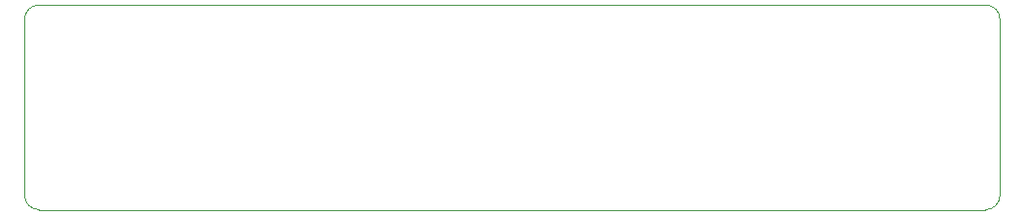
<source format=gbr>
%TF.GenerationSoftware,Altium Limited,Altium Designer,25.4.2 (15)*%
G04 Layer_Color=0*
%FSLAX45Y45*%
%MOMM*%
%TF.SameCoordinates,D0FDF368-1468-4A38-90CB-FD56B44771C5*%
%TF.FilePolarity,Positive*%
%TF.FileFunction,Profile,NP*%
%TF.Part,Single*%
G01*
G75*
%TA.AperFunction,Profile*%
%ADD78C,0.02540*%
D78*
X0Y127000D02*
Y1663700D01*
D02*
G02*
X127000Y1790700I127000J0D01*
G01*
X8382000D01*
D02*
G02*
X8509000Y1663700I0J-127000D01*
G01*
Y127000D01*
D02*
G02*
X8382000Y0I-127000J0D01*
G01*
X127000D01*
D02*
G02*
X0Y127000I0J127000D01*
G01*
%TF.MD5,30971b8c51df87b4014e296546f636a8*%
M02*

</source>
